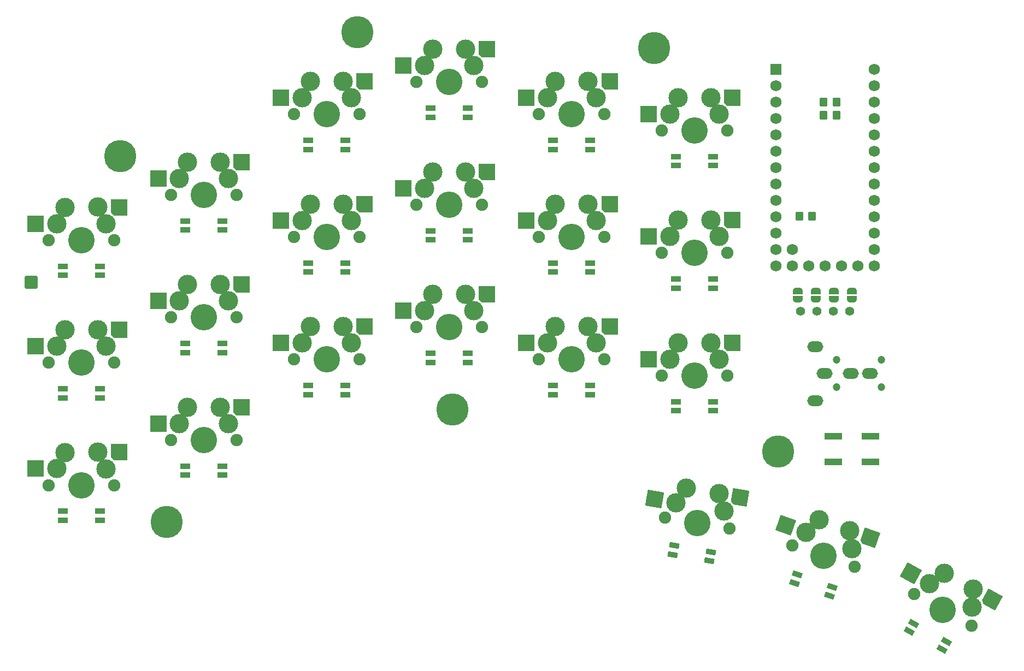
<source format=gbs>
G04 #@! TF.GenerationSoftware,KiCad,Pcbnew,8.0.1*
G04 #@! TF.CreationDate,2024-06-10T23:21:16+02:00*
G04 #@! TF.ProjectId,cornia,636f726e-6961-42e6-9b69-6361645f7063,rev?*
G04 #@! TF.SameCoordinates,Original*
G04 #@! TF.FileFunction,Soldermask,Bot*
G04 #@! TF.FilePolarity,Negative*
%FSLAX46Y46*%
G04 Gerber Fmt 4.6, Leading zero omitted, Abs format (unit mm)*
G04 Created by KiCad (PCBNEW 8.0.1) date 2024-06-10 23:21:16*
%MOMM*%
%LPD*%
G01*
G04 APERTURE LIST*
G04 Aperture macros list*
%AMRoundRect*
0 Rectangle with rounded corners*
0 $1 Rounding radius*
0 $2 $3 $4 $5 $6 $7 $8 $9 X,Y pos of 4 corners*
0 Add a 4 corners polygon primitive as box body*
4,1,4,$2,$3,$4,$5,$6,$7,$8,$9,$2,$3,0*
0 Add four circle primitives for the rounded corners*
1,1,$1+$1,$2,$3*
1,1,$1+$1,$4,$5*
1,1,$1+$1,$6,$7*
1,1,$1+$1,$8,$9*
0 Add four rect primitives between the rounded corners*
20,1,$1+$1,$2,$3,$4,$5,0*
20,1,$1+$1,$4,$5,$6,$7,0*
20,1,$1+$1,$6,$7,$8,$9,0*
20,1,$1+$1,$8,$9,$2,$3,0*%
%AMRotRect*
0 Rectangle, with rotation*
0 The origin of the aperture is its center*
0 $1 length*
0 $2 width*
0 $3 Rotation angle, in degrees counterclockwise*
0 Add horizontal line*
21,1,$1,$2,0,0,$3*%
%AMOutline5P*
0 Free polygon, 5 corners , with rotation*
0 The origin of the aperture is its center*
0 number of corners: always 5*
0 $1 to $10 corner X, Y*
0 $11 Rotation angle, in degrees counterclockwise*
0 create outline with 5 corners*
4,1,5,$1,$2,$3,$4,$5,$6,$7,$8,$9,$10,$1,$2,$11*%
%AMOutline6P*
0 Free polygon, 6 corners , with rotation*
0 The origin of the aperture is its center*
0 number of corners: always 6*
0 $1 to $12 corner X, Y*
0 $13 Rotation angle, in degrees counterclockwise*
0 create outline with 6 corners*
4,1,6,$1,$2,$3,$4,$5,$6,$7,$8,$9,$10,$11,$12,$1,$2,$13*%
%AMOutline7P*
0 Free polygon, 7 corners , with rotation*
0 The origin of the aperture is its center*
0 number of corners: always 7*
0 $1 to $14 corner X, Y*
0 $15 Rotation angle, in degrees counterclockwise*
0 create outline with 7 corners*
4,1,7,$1,$2,$3,$4,$5,$6,$7,$8,$9,$10,$11,$12,$13,$14,$1,$2,$15*%
%AMOutline8P*
0 Free polygon, 8 corners , with rotation*
0 The origin of the aperture is its center*
0 number of corners: always 8*
0 $1 to $16 corner X, Y*
0 $17 Rotation angle, in degrees counterclockwise*
0 create outline with 8 corners*
4,1,8,$1,$2,$3,$4,$5,$6,$7,$8,$9,$10,$11,$12,$13,$14,$15,$16,$1,$2,$17*%
%AMFreePoly0*
4,1,19,0.500000,-0.750000,0.000000,-0.750000,0.000000,-0.744911,-0.071157,-0.744911,-0.207708,-0.704816,-0.327430,-0.627875,-0.420627,-0.520320,-0.479746,-0.390866,-0.500000,-0.250000,-0.500000,0.250000,-0.479746,0.390866,-0.420627,0.520320,-0.327430,0.627875,-0.207708,0.704816,-0.071157,0.744911,0.000000,0.744911,0.000000,0.750000,0.500000,0.750000,0.500000,-0.750000,0.500000,-0.750000,
$1*%
%AMFreePoly1*
4,1,19,0.000000,0.744911,0.071157,0.744911,0.207708,0.704816,0.327430,0.627875,0.420627,0.520320,0.479746,0.390866,0.500000,0.250000,0.500000,-0.250000,0.479746,-0.390866,0.420627,-0.520320,0.327430,-0.627875,0.207708,-0.704816,0.071157,-0.744911,0.000000,-0.744911,0.000000,-0.750000,-0.500000,-0.750000,-0.500000,0.750000,0.000000,0.750000,0.000000,0.744911,0.000000,0.744911,
$1*%
G04 Aperture macros list end*
%ADD10C,1.900000*%
%ADD11C,3.000000*%
%ADD12C,4.100000*%
%ADD13Outline5P,-1.275000X1.250000X0.825000X1.250000X1.275000X0.800000X1.275000X-1.250000X-1.275000X-1.250000X180.000000*%
%ADD14R,2.550000X2.500000*%
%ADD15R,1.540000X0.825000*%
%ADD16R,1.540000X0.822500*%
%ADD17RotRect,1.540000X0.825000X330.970000*%
%ADD18RotRect,1.540000X0.822500X330.970000*%
%ADD19Outline5P,-1.275000X1.250000X0.825000X1.250000X1.275000X0.800000X1.275000X-1.250000X-1.275000X-1.250000X150.970000*%
%ADD20RotRect,2.550000X2.500000X150.970000*%
%ADD21C,5.000000*%
%ADD22RoundRect,0.400000X-0.650000X-0.650000X0.650000X-0.650000X0.650000X0.650000X-0.650000X0.650000X0*%
%ADD23RotRect,1.540000X0.825000X350.170000*%
%ADD24RotRect,1.540000X0.822500X350.170000*%
%ADD25Outline5P,-1.275000X1.250000X0.825000X1.250000X1.275000X0.800000X1.275000X-1.250000X-1.275000X-1.250000X160.570000*%
%ADD26RotRect,2.550000X2.500000X160.570000*%
%ADD27C,1.400000*%
%ADD28C,1.200000*%
%ADD29O,2.500000X1.700000*%
%ADD30RotRect,1.540000X0.825000X340.570000*%
%ADD31RotRect,1.540000X0.822500X340.570000*%
%ADD32Outline5P,-1.275000X1.250000X0.825000X1.250000X1.275000X0.800000X1.275000X-1.250000X-1.275000X-1.250000X170.171000*%
%ADD33RotRect,2.550000X2.500000X170.171000*%
%ADD34R,1.752600X1.752600*%
%ADD35C,1.752600*%
%ADD36FreePoly0,270.000000*%
%ADD37FreePoly1,270.000000*%
%ADD38RoundRect,0.250000X0.350000X0.450000X-0.350000X0.450000X-0.350000X-0.450000X0.350000X-0.450000X0*%
%ADD39R,2.800000X1.000000*%
G04 APERTURE END LIST*
D10*
X25088600Y-92688750D03*
D11*
X26368600Y-90138750D03*
X27628600Y-87608750D03*
D12*
X30168600Y-92688750D03*
D11*
X32710912Y-87588750D03*
X33978600Y-90148750D03*
D10*
X35248600Y-92688750D03*
D13*
X36020600Y-87598750D03*
D14*
X23093600Y-90138750D03*
D10*
X120088600Y-75688750D03*
D11*
X121368600Y-73138750D03*
X122628600Y-70608750D03*
D12*
X125168600Y-75688750D03*
D11*
X127710912Y-70588750D03*
X128978600Y-73148750D03*
D10*
X130248600Y-75688750D03*
D13*
X131020600Y-70598750D03*
D14*
X118093600Y-73138750D03*
D15*
X27288600Y-77738750D03*
X27288600Y-79138750D03*
D16*
X33048600Y-79140000D03*
D15*
X33048600Y-77738750D03*
D10*
X25088600Y-73688750D03*
D11*
X26368600Y-71138750D03*
X27628600Y-68608750D03*
D12*
X30168600Y-73688750D03*
D11*
X32710912Y-68588750D03*
X33978600Y-71148750D03*
D10*
X35248600Y-73688750D03*
D13*
X36020600Y-68598750D03*
D14*
X23093600Y-71138750D03*
D17*
X159155093Y-114142361D03*
X158475718Y-115366473D03*
D18*
X163511458Y-118162706D03*
D17*
X164191440Y-116937501D03*
D15*
X46288600Y-51738750D03*
X46288600Y-53138750D03*
D16*
X52048600Y-53140000D03*
D15*
X52048600Y-51738750D03*
D10*
X159196822Y-109533591D03*
D11*
X161553442Y-107925101D03*
X163882870Y-106324393D03*
D12*
X163638600Y-111998750D03*
D11*
X168336375Y-108773186D03*
X168202513Y-111626730D03*
D10*
X168080378Y-114463909D03*
D19*
X171225400Y-110388014D03*
D20*
X158689895Y-106335850D03*
D21*
X87668600Y-80938750D03*
D15*
X103288600Y-77238750D03*
X103288600Y-78638750D03*
D16*
X109048600Y-78640000D03*
D15*
X109048600Y-77238750D03*
D22*
X22400000Y-61200000D03*
D21*
X72918600Y-22438750D03*
D15*
X84288600Y-72238750D03*
X84288600Y-73638750D03*
D16*
X90048600Y-73640000D03*
D15*
X90048600Y-72238750D03*
X122288600Y-41738750D03*
X122288600Y-43138750D03*
D16*
X128048600Y-43140000D03*
D15*
X128048600Y-41738750D03*
D21*
X138168600Y-87438750D03*
D23*
X122049444Y-102077602D03*
X121810429Y-103457048D03*
D24*
X127485650Y-104441658D03*
D23*
X127724879Y-103060980D03*
D10*
X82088600Y-30188750D03*
D11*
X83368600Y-27638750D03*
X84628600Y-25108750D03*
D12*
X87168600Y-30188750D03*
D11*
X89710912Y-25088750D03*
X90978600Y-27648750D03*
D10*
X92248600Y-30188750D03*
D13*
X93020600Y-25098750D03*
D14*
X80093600Y-27638750D03*
D15*
X65288600Y-58238750D03*
X65288600Y-59638750D03*
D16*
X71048600Y-59640000D03*
D15*
X71048600Y-58238750D03*
D10*
X140377913Y-101998863D03*
D11*
X142433285Y-100019887D03*
X144463144Y-98053119D03*
D12*
X145168600Y-103688750D03*
D11*
X149262664Y-99724915D03*
X149606559Y-102560822D03*
D10*
X149959287Y-105378637D03*
D25*
X152380534Y-100835329D03*
D26*
X139344801Y-98930442D03*
D10*
X63088600Y-35188750D03*
D11*
X64368600Y-32638750D03*
X65628600Y-30108750D03*
D12*
X68168600Y-35188750D03*
D11*
X70710912Y-30088750D03*
X71978600Y-32648750D03*
D10*
X73248600Y-35188750D03*
D13*
X74020600Y-30098750D03*
D14*
X61093600Y-32638750D03*
D10*
X82088600Y-68188750D03*
D11*
X83368600Y-65638750D03*
X84628600Y-63108750D03*
D12*
X87168600Y-68188750D03*
D11*
X89710912Y-63088750D03*
X90978600Y-65648750D03*
D10*
X92248600Y-68188750D03*
D13*
X93020600Y-63098750D03*
D14*
X80093600Y-65638750D03*
D27*
X141588600Y-65708750D03*
X144128600Y-65708750D03*
X146668600Y-65708750D03*
X149208600Y-65708750D03*
D21*
X36168600Y-41688750D03*
D10*
X44088600Y-85688750D03*
D11*
X45368600Y-83138750D03*
X46628600Y-80608750D03*
D12*
X49168600Y-85688750D03*
D11*
X51710912Y-80588750D03*
X52978600Y-83148750D03*
D10*
X54248600Y-85688750D03*
D13*
X55020600Y-80598750D03*
D14*
X42093600Y-83138750D03*
D28*
X154168600Y-73288750D03*
X147168600Y-73288750D03*
X154168600Y-77488750D03*
X147168600Y-77488750D03*
D29*
X145368600Y-75388750D03*
X149368600Y-75388750D03*
X152368600Y-75388750D03*
X143868600Y-71188750D03*
X143868600Y-79588750D03*
D15*
X84288600Y-53238750D03*
X84288600Y-54638750D03*
D16*
X90048600Y-54640000D03*
D15*
X90048600Y-53238750D03*
D10*
X120088600Y-37688750D03*
D11*
X121368600Y-35138750D03*
X122628600Y-32608750D03*
D12*
X125168600Y-37688750D03*
D11*
X127710912Y-32588750D03*
X128978600Y-35148750D03*
D10*
X130248600Y-37688750D03*
D13*
X131020600Y-32598750D03*
D14*
X118093600Y-35138750D03*
D15*
X122288600Y-79738750D03*
X122288600Y-81138750D03*
D16*
X128048600Y-81140000D03*
D15*
X128048600Y-79738750D03*
D30*
X141105367Y-106550051D03*
X140639651Y-107870319D03*
D31*
X146071195Y-109787590D03*
D30*
X146537327Y-108466143D03*
D15*
X65288600Y-77238750D03*
X65288600Y-78638750D03*
D16*
X71048600Y-78640000D03*
D15*
X71048600Y-77238750D03*
D10*
X63088600Y-54188750D03*
D11*
X64368600Y-51638750D03*
X65628600Y-49108750D03*
D12*
X68168600Y-54188750D03*
D11*
X70710912Y-49088750D03*
X71978600Y-51648750D03*
D10*
X73248600Y-54188750D03*
D13*
X74020600Y-49098750D03*
D14*
X61093600Y-51638750D03*
D10*
X101088600Y-73188750D03*
D11*
X102368600Y-70638750D03*
X103628600Y-68108750D03*
D12*
X106168600Y-73188750D03*
D11*
X108710912Y-68088750D03*
X109978600Y-70648750D03*
D10*
X111248600Y-73188750D03*
D13*
X112020600Y-68098750D03*
D14*
X99093600Y-70638750D03*
D15*
X65288600Y-39238750D03*
X65288600Y-40638750D03*
D16*
X71048600Y-40640000D03*
D15*
X71048600Y-39238750D03*
D10*
X101088600Y-35188750D03*
D11*
X102368600Y-32638750D03*
X103628600Y-30108750D03*
D12*
X106168600Y-35188750D03*
D11*
X108710912Y-30088750D03*
X109978600Y-32648750D03*
D10*
X111248600Y-35188750D03*
D13*
X112020600Y-30098750D03*
D14*
X99093600Y-32638750D03*
D10*
X120573166Y-97711552D03*
D11*
X122269684Y-95417489D03*
X123943081Y-93139717D03*
D12*
X125578600Y-98578750D03*
D11*
X128954207Y-93987603D03*
X129766274Y-96726431D03*
D10*
X130584034Y-99445948D03*
D32*
X132213607Y-94562448D03*
D33*
X119042756Y-94858419D03*
D10*
X120088600Y-56688750D03*
D11*
X121368600Y-54138750D03*
X122628600Y-51608750D03*
D12*
X125168600Y-56688750D03*
D11*
X127710912Y-51588750D03*
X128978600Y-54148750D03*
D10*
X130248600Y-56688750D03*
D13*
X131020600Y-51598750D03*
D14*
X118093600Y-54138750D03*
D10*
X25088600Y-54688750D03*
D11*
X26368600Y-52138750D03*
X27628600Y-49608750D03*
D12*
X30168600Y-54688750D03*
D11*
X32710912Y-49588750D03*
X33978600Y-52148750D03*
D10*
X35248600Y-54688750D03*
D13*
X36020600Y-49598750D03*
D14*
X23093600Y-52138750D03*
D15*
X103288600Y-58238750D03*
X103288600Y-59638750D03*
D16*
X109048600Y-59640000D03*
D15*
X109048600Y-58238750D03*
D21*
X43418600Y-98438750D03*
D10*
X44088600Y-66688750D03*
D11*
X45368600Y-64138750D03*
X46628600Y-61608750D03*
D12*
X49168600Y-66688750D03*
D11*
X51710912Y-61588750D03*
X52978600Y-64148750D03*
D10*
X54248600Y-66688750D03*
D13*
X55020600Y-61598750D03*
D14*
X42093600Y-64138750D03*
D15*
X103288600Y-39238750D03*
X103288600Y-40638750D03*
D16*
X109048600Y-40640000D03*
D15*
X109048600Y-39238750D03*
X122288600Y-60738750D03*
X122288600Y-62138750D03*
D16*
X128048600Y-62140000D03*
D15*
X128048600Y-60738750D03*
D10*
X44088600Y-47688750D03*
D11*
X45368600Y-45138750D03*
X46628600Y-42608750D03*
D12*
X49168600Y-47688750D03*
D11*
X51710912Y-42588750D03*
X52978600Y-45148750D03*
D10*
X54248600Y-47688750D03*
D13*
X55020600Y-42598750D03*
D14*
X42093600Y-45138750D03*
D15*
X27288600Y-96738750D03*
X27288600Y-98138750D03*
D16*
X33048600Y-98140000D03*
D15*
X33048600Y-96738750D03*
X46288600Y-89738750D03*
X46288600Y-91138750D03*
D16*
X52048600Y-91140000D03*
D15*
X52048600Y-89738750D03*
X46288600Y-70738750D03*
X46288600Y-72138750D03*
D16*
X52048600Y-72140000D03*
D15*
X52048600Y-70738750D03*
D21*
X118918600Y-24938750D03*
D10*
X63088600Y-73188750D03*
D11*
X64368600Y-70638750D03*
X65628600Y-68108750D03*
D12*
X68168600Y-73188750D03*
D11*
X70710912Y-68088750D03*
X71978600Y-70648750D03*
D10*
X73248600Y-73188750D03*
D13*
X74020600Y-68098750D03*
D14*
X61093600Y-70638750D03*
D15*
X27288600Y-58738750D03*
X27288600Y-60138750D03*
D16*
X33048600Y-60140000D03*
D15*
X33048600Y-58738750D03*
D34*
X137798600Y-28198650D03*
D35*
X137798600Y-30738750D03*
X137798600Y-33278750D03*
X137798600Y-35818750D03*
X137798600Y-38358750D03*
X137798600Y-40898750D03*
X137798600Y-43438750D03*
X137798600Y-45978750D03*
X137798600Y-48518750D03*
X137798600Y-51058750D03*
X137798600Y-53598750D03*
X137798600Y-56138750D03*
X137798200Y-58678750D03*
X140338600Y-58678750D03*
X142878600Y-58678750D03*
X145418600Y-58678750D03*
X147958600Y-58678750D03*
X150498600Y-58678750D03*
X153038600Y-58678750D03*
X153038600Y-56138750D03*
X153038600Y-53598750D03*
X153038600Y-51058750D03*
X153038600Y-48518750D03*
X153038600Y-45978750D03*
X153038600Y-43438750D03*
X153038600Y-40898750D03*
X153038600Y-38358750D03*
X153038600Y-35818750D03*
X153038600Y-33278750D03*
X153038600Y-30738750D03*
X153038600Y-28198650D03*
X140338600Y-56138750D03*
D10*
X101088600Y-54188750D03*
D11*
X102368600Y-51638750D03*
X103628600Y-49108750D03*
D12*
X106168600Y-54188750D03*
D11*
X108710912Y-49088750D03*
X109978600Y-51648750D03*
D10*
X111248600Y-54188750D03*
D13*
X112020600Y-49098750D03*
D14*
X99093600Y-51638750D03*
D15*
X84288600Y-34238750D03*
X84288600Y-35638750D03*
D16*
X90048600Y-35640000D03*
D15*
X90048600Y-34238750D03*
D10*
X82088600Y-49188750D03*
D11*
X83368600Y-46638750D03*
X84628600Y-44108750D03*
D12*
X87168600Y-49188750D03*
D11*
X89710912Y-44088750D03*
X90978600Y-46648750D03*
D10*
X92248600Y-49188750D03*
D13*
X93020600Y-44098750D03*
D14*
X80093600Y-46638750D03*
D36*
X141200000Y-62550000D03*
D37*
X141200000Y-63850000D03*
D38*
X143400000Y-51000000D03*
X141400000Y-51000000D03*
X147168600Y-35288750D03*
X145168600Y-35288750D03*
D36*
X144000000Y-62550000D03*
D37*
X144000000Y-63850000D03*
D36*
X149600000Y-62550000D03*
D37*
X149600000Y-63850000D03*
D38*
X147168600Y-33288750D03*
X145168600Y-33288750D03*
D36*
X146800000Y-62550000D03*
D37*
X146800000Y-63850000D03*
D39*
X146668600Y-89088750D03*
X152468600Y-89088750D03*
X146668600Y-85088750D03*
X152468600Y-85088750D03*
M02*

</source>
